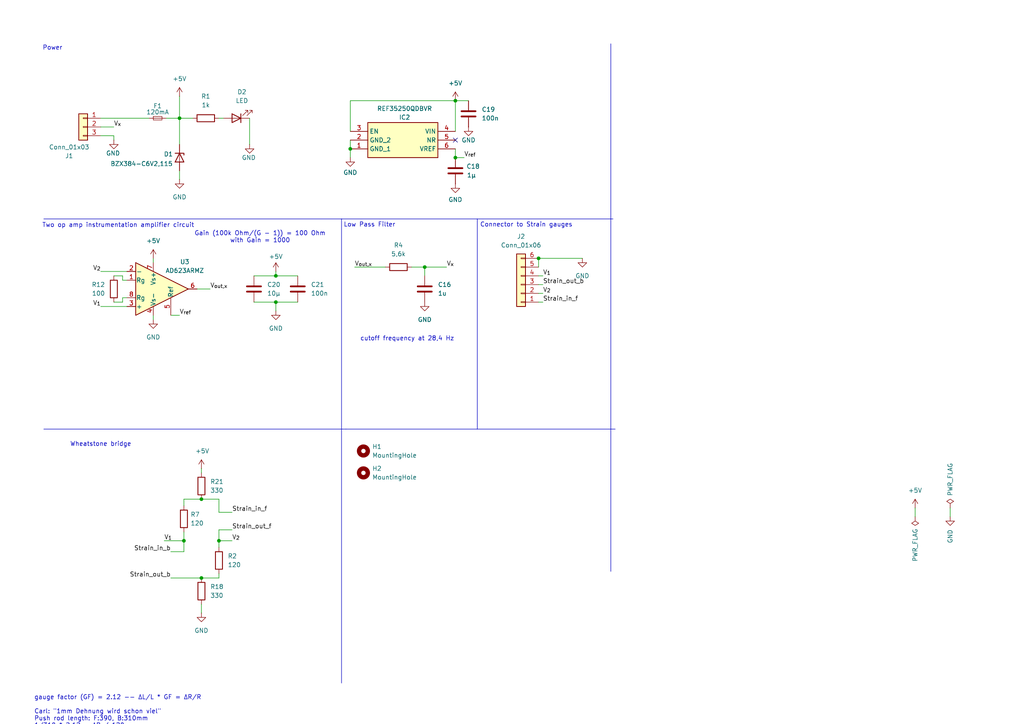
<source format=kicad_sch>
(kicad_sch (version 20231120) (generator "eeschema") (generator_version "8.0")
  (paper "A4")
  (lib_symbols
    (symbol "Amplifier_Instrumentation:AD623ARMZ" (pin_names (offset 0.127))
      (property "Reference" "U" (at 3.556 7.366 0))
      (property "Value" "AD623ARMZ" (at 7.112 5.334 0))
      (symbol "AD623ARMZ_0_1"
        (polyline (pts (xy -5.08 7.62) (xy -5.08 -7.62) (xy 10.16 0) (xy -5.08 7.62)) (stroke (width 0.254)) (fill (type background)))
      )
      (symbol "AD623ARMZ_1_1"
        (pin passive line (at -7.62 2.54 0) (length 2.54) (name "Rg") (number "1"))
        (pin input line (at -7.62 5.08 0) (length 2.54) (name "-") (number "2"))
        (pin input line (at -7.62 -5.08 0) (length 2.54) (name "+") (number "3"))
        (pin power_in line (at 0 -7.62 90) (length 2.54) (name "Vs-") (number "4"))
        (pin passive line (at 5.08 -7.62 90) (length 5.08) (name "Ref") (number "5"))
        (pin output line (at 12.7 0 180) (length 2.54) (name "~") (number "6"))
        (pin power_in line (at 0 7.62 270) (length 2.54) (name "Vs+") (number "7"))
        (pin passive line (at -7.62 -2.54 0) (length 2.54) (name "Rg") (number "8"))
      )
    )
    (symbol "Connector_Generic:Conn_01x03" (pin_names (offset 1.016) hide)
      (property "Reference" "J" (at 0 5.08 0))
      (property "Value" "Conn_01x03" (at 0 -5.08 0))
      (symbol "Conn_01x03_1_1"
        (rectangle (start -1.27 -2.413) (end 0 -2.667) (stroke (width 0.1524)))
        (rectangle (start -1.27 0.127) (end 0 -0.127) (stroke (width 0.1524)))
        (rectangle (start -1.27 2.667) (end 0 2.413) (stroke (width 0.1524)))
        (rectangle (start -1.27 3.81) (end 1.27 -3.81) (stroke (width 0.254)) (fill (type background)))
        (pin passive line (at -5.08 2.54 0) (length 3.81) (name "Pin_1") (number "1"))
        (pin passive line (at -5.08 0 0) (length 3.81) (name "Pin_2") (number "2"))
        (pin passive line (at -5.08 -2.54 0) (length 3.81) (name "Pin_3") (number "3"))
      )
    )
    (symbol "Connector_Generic:Conn_01x06" (pin_names (offset 1.016) hide)
      (property "Reference" "J" (at 0 7.62 0))
      (property "Value" "Conn_01x06" (at 0 -10.16 0))
      (symbol "Conn_01x06_1_1"
        (rectangle (start -1.27 -7.493) (end 0 -7.747) (stroke (width 0.1524)))
        (rectangle (start -1.27 -4.953) (end 0 -5.207) (stroke (width 0.1524)))
        (rectangle (start -1.27 -2.413) (end 0 -2.667) (stroke (width 0.1524)))
        (rectangle (start -1.27 0.127) (end 0 -0.127) (stroke (width 0.1524)))
        (rectangle (start -1.27 2.667) (end 0 2.413) (stroke (width 0.1524)))
        (rectangle (start -1.27 5.207) (end 0 4.953) (stroke (width 0.1524)))
        (rectangle (start -1.27 6.35) (end 1.27 -8.89) (stroke (width 0.254)) (fill (type background)))
        (pin passive line (at -5.08 5.08 0) (length 3.81) (name "Pin_1") (number "1"))
        (pin passive line (at -5.08 2.54 0) (length 3.81) (name "Pin_2") (number "2"))
        (pin passive line (at -5.08 0 0) (length 3.81) (name "Pin_3") (number "3"))
        (pin passive line (at -5.08 -2.54 0) (length 3.81) (name "Pin_4") (number "4"))
        (pin passive line (at -5.08 -5.08 0) (length 3.81) (name "Pin_5") (number "5"))
        (pin passive line (at -5.08 -7.62 0) (length 3.81) (name "Pin_6") (number "6"))
      )
    )
    (symbol "Device:C" (pin_numbers hide) (pin_names (offset 0.254))
      (property "Reference" "C" (at 0.635 2.54 0))
      (property "Value" "C" (at 0.635 -2.54 0))
      (symbol "C_0_1"
        (polyline (pts (xy -2.032 -0.762) (xy 2.032 -0.762)) (stroke (width 0.508)))
        (polyline (pts (xy -2.032 0.762) (xy 2.032 0.762)) (stroke (width 0.508)))
      )
      (symbol "C_1_1"
        (pin passive line (at 0 3.81 270) (length 2.794) (name "~") (number "1"))
        (pin passive line (at 0 -3.81 90) (length 2.794) (name "~") (number "2"))
      )
    )
    (symbol "Device:D_Zener" (pin_numbers hide) (pin_names (offset 1.016) hide)
      (property "Reference" "D" (at 0 2.54 0))
      (property "Value" "D_Zener" (at 0 -2.54 0))
      (symbol "D_Zener_0_1"
        (polyline (pts (xy 1.27 0) (xy -1.27 0)))
        (polyline (pts (xy -1.27 -1.27) (xy -1.27 1.27) (xy -0.762 1.27)) (stroke (width 0.254)))
        (polyline (pts (xy 1.27 -1.27) (xy 1.27 1.27) (xy -1.27 0) (xy 1.27 -1.27)) (stroke (width 0.254)))
      )
      (symbol "D_Zener_1_1"
        (pin passive line (at -3.81 0 0) (length 2.54) (name "K") (number "1"))
        (pin passive line (at 3.81 0 180) (length 2.54) (name "A") (number "2"))
      )
    )
    (symbol "Device:Fuse_Small" (pin_numbers hide) (pin_names (offset 0.254) hide)
      (property "Reference" "F" (at 0 -1.524 0))
      (property "Value" "Fuse_Small" (at 0 1.524 0))
      (symbol "Fuse_Small_0_1"
        (rectangle (start -1.27 0.508) (end 1.27 -0.508))
        (polyline (pts (xy -1.27 0) (xy 1.27 0)))
      )
      (symbol "Fuse_Small_1_1"
        (pin passive line (at -2.54 0 0) (length 1.27) (name "~") (number "1"))
        (pin passive line (at 2.54 0 180) (length 1.27) (name "~") (number "2"))
      )
    )
    (symbol "Device:LED" (pin_numbers hide) (pin_names (offset 1.016) hide)
      (property "Reference" "D" (at 0 2.54 0))
      (property "Value" "LED" (at 0 -2.54 0))
      (symbol "LED_0_1"
        (polyline (pts (xy -1.27 -1.27) (xy -1.27 1.27)) (stroke (width 0.254)))
        (polyline (pts (xy -1.27 0) (xy 1.27 0)))
        (polyline (pts (xy 1.27 -1.27) (xy 1.27 1.27) (xy -1.27 0) (xy 1.27 -1.27)) (stroke (width 0.254)))
        (polyline (pts (xy -3.048 -0.762) (xy -4.572 -2.286) (xy -3.81 -2.286) (xy -4.572 -2.286) (xy -4.572 -1.524)))
        (polyline (pts (xy -1.778 -0.762) (xy -3.302 -2.286) (xy -2.54 -2.286) (xy -3.302 -2.286) (xy -3.302 -1.524)))
      )
      (symbol "LED_1_1"
        (pin passive line (at -3.81 0 0) (length 2.54) (name "K") (number "1"))
        (pin passive line (at 3.81 0 180) (length 2.54) (name "A") (number "2"))
      )
    )
    (symbol "Device:R" (pin_numbers hide) (pin_names (offset 0))
      (property "Reference" "R" (at 2.032 0 90))
      (property "Value" "R" (at 0 0 90))
      (symbol "R_0_1"
        (rectangle (start -1.016 -2.54) (end 1.016 2.54) (stroke (width 0.254)))
      )
      (symbol "R_1_1"
        (pin passive line (at 0 3.81 270) (length 1.27) (name "~") (number "1"))
        (pin passive line (at 0 -3.81 90) (length 1.27) (name "~") (number "2"))
      )
    )
    (symbol "GND_1" (power) (pin_numbers hide) (pin_names (offset 0) hide)
      (property "Value" "GND" (at 0 -3.81 0))
      (symbol "GND_1_0_1"
        (polyline (pts (xy 0 0) (xy 0 -1.27) (xy 1.27 -1.27) (xy 0 -2.54) (xy -1.27 -1.27) (xy 0 -1.27)))
      )
      (symbol "GND_1_1_1"
        (pin power_in line (at 0 0 270) (length 0) (name "~") (number "1"))
      )
    )
    (symbol "Mechanical:MountingHole" (pin_names (offset 1.016)) (exclude_from_sim yes) (in_bom no)
      (property "Reference" "H" (at 0 5.08 0))
      (property "Value" "MountingHole" (at 0 3.175 0))
      (symbol "MountingHole_0_1"
        (circle (center 0 0) (radius 1.27) (stroke (width 1.27)))
      )
    )
    (symbol "REF35160QDBVR:REF35160QDBVR"
      (property "Reference" "IC" (at 26.67 7.62 0))
      (property "Value" "REF35160QDBVR" (at 26.67 5.08 0))
      (symbol "REF35160QDBVR_1_1"
        (rectangle (start 5.08 2.54) (end 25.4 -7.62) (stroke (width 0.254)) (fill (type background)))
        (pin passive line (at 0 0 0) (length 5.08) (name "GND_1") (number "1"))
        (pin passive line (at 0 -2.54 0) (length 5.08) (name "GND_2") (number "2"))
        (pin passive line (at 0 -5.08 0) (length 5.08) (name "EN") (number "3"))
        (pin passive line (at 30.48 -5.08 180) (length 5.08) (name "VIN") (number "4"))
        (pin passive line (at 30.48 -2.54 180) (length 5.08) (name "NR") (number "5"))
        (pin passive line (at 30.48 0 180) (length 5.08) (name "VREF") (number "6"))
      )
    )
    (symbol "power:+3V3" (power) (pin_numbers hide) (pin_names (offset 0) hide)
      (property "Value" "+3V3" (at 0 3.556 0))
      (symbol "+3V3_0_1"
        (polyline (pts (xy -0.762 1.27) (xy 0 2.54)))
        (polyline (pts (xy 0 0) (xy 0 2.54)))
        (polyline (pts (xy 0 2.54) (xy 0.762 1.27)))
      )
      (symbol "+3V3_1_1"
        (pin power_in line (at 0 0 90) (length 0) (name "~") (number "1"))
      )
    )
    (symbol "power:GND" (power) (pin_numbers hide) (pin_names (offset 0) hide)
      (property "Value" "GND" (at 0 -3.81 0))
      (symbol "GND_0_1"
        (polyline (pts (xy 0 0) (xy 0 -1.27) (xy 1.27 -1.27) (xy 0 -2.54) (xy -1.27 -1.27) (xy 0 -1.27)))
      )
      (symbol "GND_1_1"
        (pin power_in line (at 0 0 270) (length 0) (name "~") (number "1"))
      )
    )
    (symbol "power:PWR_FLAG" (power) (pin_numbers hide) (pin_names (offset 0) hide)
      (property "Value" "PWR_FLAG" (at 0 3.81 0))
      (symbol "PWR_FLAG_0_0"
        (pin power_out line (at 0 0 90) (length 0) (name "~") (number "1"))
      )
      (symbol "PWR_FLAG_0_1"
        (polyline (pts (xy 0 0) (xy 0 1.27) (xy -1.016 1.905) (xy 0 2.54) (xy 1.016 1.905) (xy 0 1.27)))
      )
    )
  )
  (junction (at 101.6 43.18))
  (junction (at 156.21 74.93))
  (junction (at 123.19 77.47))
  (junction (at 58.42 167.64))
  (junction (at 80.01 80.01))
  (junction (at 58.42 144.78))
  (junction (at 53.34 156.845))
  (junction (at 132.08 45.72))
  (junction (at 52.07 34.29))
  (junction (at 80.01 87.63))
  (junction (at 132.08 29.21))
  (junction (at 63.5 156.845))
  (no_connect (at 132.08 40.64))
  (wire (pts (xy 52.07 91.44) (xy 49.53 91.44)))
  (wire (pts (xy 80.01 87.63) (xy 80.01 90.17)))
  (wire (pts (xy 29.21 88.9) (xy 36.83 88.9)))
  (polyline (pts (xy 12.7 63.5) (xy 99.06 63.5)))
  (wire (pts (xy 73.66 80.01) (xy 80.01 80.01)))
  (wire (pts (xy 44.45 74.93) (xy 44.45 76.2)))
  (wire (pts (xy 132.08 45.72) (xy 132.08 43.18)))
  (wire (pts (xy 67.31 148.59) (xy 63.5 148.59)))
  (wire (pts (xy 156.21 87.63) (xy 157.48 87.63)))
  (polyline (pts (xy 99.06 63.5) (xy 99.06 198.12)))
  (wire (pts (xy 58.42 177.8) (xy 58.42 175.26)))
  (wire (pts (xy 55.88 34.29) (xy 52.07 34.29)))
  (polyline (pts (xy 100.33 124.46) (xy 178.435 124.46)))
  (polyline (pts (xy 12.7 124.46) (xy 100.33 124.46)))
  (polyline (pts (xy 138.43 63.5) (xy 138.43 124.46)))
  (wire (pts (xy 132.08 29.21) (xy 132.08 38.1)))
  (wire (pts (xy 101.6 43.18) (xy 101.6 45.72)))
  (polyline (pts (xy 177.165 63.5) (xy 177.165 165.735)))
  (wire (pts (xy 63.5 34.29) (xy 64.77 34.29)))
  (wire (pts (xy 132.08 29.21) (xy 101.6 29.21)))
  (wire (pts (xy 275.59 147.32) (xy 275.59 149.86)))
  (wire (pts (xy 67.31 153.67) (xy 63.5 153.67)))
  (wire (pts (xy 53.34 146.685) (xy 53.34 144.78)))
  (wire (pts (xy 63.5 144.78) (xy 63.5 148.59)))
  (wire (pts (xy 63.5 166.37) (xy 63.5 167.64)))
  (wire (pts (xy 52.07 34.29) (xy 52.07 27.94)))
  (wire (pts (xy 73.66 87.63) (xy 80.01 87.63)))
  (wire (pts (xy 58.42 135.89) (xy 58.42 137.16)))
  (wire (pts (xy 123.19 77.47) (xy 123.19 80.01)))
  (polyline (pts (xy 177.165 12.7) (xy 177.165 63.5)))
  (wire (pts (xy 52.07 34.29) (xy 52.07 41.91)))
  (wire (pts (xy 101.6 29.21) (xy 101.6 38.1)))
  (wire (pts (xy 72.39 34.29) (xy 72.39 41.91)))
  (wire (pts (xy 35.56 86.36) (xy 35.56 87.63)))
  (wire (pts (xy 80.01 78.74) (xy 80.01 80.01)))
  (wire (pts (xy 63.5 156.845) (xy 67.31 156.845)))
  (wire (pts (xy 63.5 167.64) (xy 58.42 167.64)))
  (wire (pts (xy 156.21 82.55) (xy 157.48 82.55)))
  (wire (pts (xy 53.34 144.78) (xy 58.42 144.78)))
  (wire (pts (xy 101.6 40.64) (xy 101.6 43.18)))
  (wire (pts (xy 157.48 80.01) (xy 156.21 80.01)))
  (wire (pts (xy 63.5 156.845) (xy 63.5 158.75)))
  (wire (pts (xy 49.53 167.64) (xy 58.42 167.64)))
  (wire (pts (xy 156.21 74.93) (xy 168.91 74.93)))
  (wire (pts (xy 52.07 52.07) (xy 52.07 49.53)))
  (wire (pts (xy 132.08 29.21) (xy 135.89 29.21)))
  (wire (pts (xy 134.62 45.72) (xy 132.08 45.72)))
  (wire (pts (xy 48.26 34.29) (xy 52.07 34.29)))
  (polyline (pts (xy 99.06 63.5) (xy 177.8 63.5)))
  (wire (pts (xy 156.21 74.93) (xy 156.21 77.47)))
  (wire (pts (xy 53.34 160.02) (xy 53.34 156.845)))
  (wire (pts (xy 33.02 39.37) (xy 29.21 39.37)))
  (wire (pts (xy 29.21 36.83) (xy 33.02 36.83)))
  (wire (pts (xy 53.34 156.845) (xy 53.34 154.305)))
  (wire (pts (xy 44.45 92.71) (xy 44.45 91.44)))
  (wire (pts (xy 102.87 77.47) (xy 111.76 77.47)))
  (wire (pts (xy 33.02 80.01) (xy 35.56 80.01)))
  (wire (pts (xy 157.48 85.09) (xy 156.21 85.09)))
  (wire (pts (xy 53.34 160.02) (xy 49.53 160.02)))
  (wire (pts (xy 119.38 77.47) (xy 123.19 77.47)))
  (wire (pts (xy 33.02 40.64) (xy 33.02 39.37)))
  (wire (pts (xy 35.56 81.28) (xy 35.56 80.01)))
  (wire (pts (xy 36.83 81.28) (xy 35.56 81.28)))
  (wire (pts (xy 80.01 80.01) (xy 86.36 80.01)))
  (wire (pts (xy 80.01 87.63) (xy 86.36 87.63)))
  (wire (pts (xy 58.42 144.78) (xy 63.5 144.78)))
  (wire (pts (xy 29.21 34.29) (xy 43.18 34.29)))
  (wire (pts (xy 123.19 77.47) (xy 129.54 77.47)))
  (wire (pts (xy 47.625 156.845) (xy 53.34 156.845)))
  (wire (pts (xy 29.21 78.74) (xy 36.83 78.74)))
  (wire (pts (xy 63.5 153.67) (xy 63.5 156.845)))
  (wire (pts (xy 265.43 147.32) (xy 265.43 149.86)))
  (wire (pts (xy 35.56 87.63) (xy 33.02 87.63)))
  (wire (pts (xy 36.83 86.36) (xy 35.56 86.36)))
  (wire (pts (xy 60.96 83.82) (xy 57.15 83.82)))
  (text "Connector to Strain gauges\n" (at 152.654 65.278 0) (effects (font (size 1.27 1.27))))
  (text "Power" (at 15.24 13.97 0) (effects (font (size 1.27 1.27))))
  (text "gauge factor (GF) = 2.12 -- ΔL/L * GF = ΔR/R\n\nCarl: \"1mm Dehnung wird schon viel\"\nPush rod length: F:390, B:310mm\n1/310 * 2.12 = ΔR / 120\nΔR= 0.820 Ohm\nwe take simply 1 Ohm for ease of calculation\n\n3.3V /(3.3V*120/240 − 3.3V*120/241)= 482\nGain used: 500" (at 9.906 211.582 0) (effects (font (size 1.27 1.27)) (justify left)))
  (text "Low Pass Filter" (at 107.188 65.278 0) (effects (font (size 1.27 1.27))))
  (text "cutoff frequency at 28,4 Hz" (at 118.11 98.298 0) (effects (font (size 1.27 1.27))))
  (text "Wheatstone bridge\n" (at 29.21 128.905 0) (effects (font (size 1.27 1.27))))
  (text "Gain (100k Ohm/(G − 1)) = 100 Ohm\nwith Gain = 1000\n\n" (at 75.438 69.85 0) (effects (font (size 1.27 1.27))))
  (text "Two op amp instrumentation amplifier circuit\n" (at 34.29 65.405 0) (effects (font (size 1.27 1.27))))
  (text "<- these are crap\nthe voltage output with the new circuit between V2,V1 is -2.115mV\n\na gain with 1001 could be used -> 100 Ohm resistor for AD623\n\nV_{1}-V_{2} = 6996/1625 * ΔL/L = 4.305231 * ΔL/L\n\nwith X shaped circuit\nV_{1}-V_{2} = 13.2/( 15.12 * L/ΔL +1 )" (at 57.785 227.33 0) (effects (font (size 1.27 1.27)) (justify left)))
  (label "V_{2}" (at 157.48 85.09 0))
  (label "V_{out,x}" (at 60.96 83.82 0))
  (label "V_{1}" (at 47.625 156.845 0))
  (label "V_{ref}" (at 52.07 91.44 0))
  (label "Strain_out_f" (at 67.31 153.67 0))
  (label "V_{ref}" (at 134.62 45.72 0))
  (label "V_{1}" (at 157.48 80.01 0))
  (label "V_{x}" (at 129.54 77.47 0))
  (label "Strain_in_f" (at 157.48 87.63 0))
  (label "Strain_in_b" (at 49.53 160.02 180))
  (label "V_{out,x}" (at 102.87 77.47 0))
  (label "Strain_in_f" (at 67.31 148.59 0))
  (label "Strain_out_b" (at 157.48 82.55 0))
  (label "V_{2}" (at 67.31 156.845 0))
  (label "V_{1}" (at 29.21 88.9 180))
  (label "V_{2}" (at 29.21 78.74 180))
  (label "V_{x}" (at 33.02 36.83 0))
  (label "Strain_out_b" (at 49.53 167.64 180))
  (symbol (lib_id "power:GND") (at 132.08 53.34 0) (unit 1)
    (property "Reference" "#PWR02" (effects (hide yes)))
    (property "Value" "GND" (at 132.08 57.912 0))
    (property "Description" "Power symbol creates a global label with name \"GND\" , ground" (effects (hide yes)))
  )
  (symbol (lib_id "Device:C") (at 132.08 49.53 0) (mirror y) (unit 1)
    (property "Reference" "C18" (at 139.192 48.26 0) (effects (justify left)))
    (property "Value" "1µ" (at 138.176 50.8 0) (effects (justify left)))
    (property "Footprint" "Capacitor_SMD:C_0603_1608Metric" (effects (hide yes)))
    (property "Description" "Unpolarized capacitor" (effects (hide yes)))
  )
  (symbol (lib_id "Device:Fuse_Small") (at 45.72 34.29 0) (unit 1)
    (property "Reference" "F1" (at 45.72 30.734 0))
    (property "Value" "120mA" (at 45.72 32.512 0))
    (property "Footprint" "Fuse:Fuse_0603_1608Metric" (effects (hide yes)))
    (property "Description" "Fuse, small symbol" (effects (hide yes)))
  )
  (symbol (lib_id "Device:R") (at 53.34 150.495 0) (unit 1)
    (property "Reference" "R7" (at 55.245 149.2249 0) (effects (justify left)))
    (property "Value" "120" (at 55.245 151.7649 0) (effects (justify left)))
    (property "Footprint" "Resistor_SMD:R_0603_1608Metric" (effects (hide yes)))
    (property "Description" "Resistor" (effects (hide yes)))
  )
  (symbol (lib_id "power:GND") (at 168.91 74.93 0) (unit 1)
    (property "Reference" "#PWR04" (effects (hide yes)))
    (property "Value" "GND" (at 168.91 80.01 0))
    (property "Description" "Power symbol creates a global label with name \"GND\" , ground" (effects (hide yes)))
  )
  (symbol (lib_id "Device:C") (at 73.66 83.82 0) (unit 1)
    (property "Reference" "C20" (at 77.47 82.5499 0) (effects (justify left)))
    (property "Value" "10µ" (at 77.47 85.0899 0) (effects (justify left)))
    (property "Footprint" "Capacitor_SMD:C_0805_2012Metric" (effects (hide yes)))
    (property "Description" "Unpolarized capacitor" (effects (hide yes)))
  )
  (symbol (lib_id "REF35160QDBVR:REF35160QDBVR") (at 101.6 43.18 0) (mirror x) (unit 1)
    (property "Reference" "IC2" (at 117.348 34.036 0))
    (property "Value" "REF35250QDBVR" (at 117.348 31.496 0))
    (property "Footprint" "SLS:SOT95P280X145-6N" (effects (hide yes)))
    (property "Datasheet" "https://www.ti.com/lit/ds/symlink/ref35.pdf?ts=1675771464754&ref_url=https%253A%252F%252Fwww.ti.com%252Fproduct%252FREF35%252Fpart-details%252FREF35125QDBVR%253FkeyMatch%253DREF35125QDBVR%2526tisearch%253Dsearch-everything%2526usecase%253DOPN" (effects (hide yes)))
    (property "Description" "Voltage References 650-nA quiescent current, 12-ppm/C drift, ultra-low-power precision voltage reference" (effects (hide yes)))
    (property "Height" "1.45" (effects (hide yes)))
    (property "Mouser Part Number" "595-REF35160QDBVR" (effects (hide yes)))
    (property "Mouser Price/Stock" "https://www.mouser.co.uk/ProductDetail/Texas-Instruments/REF35160QDBVR?qs=rQFj71Wb1eVJh8regkgQhg%3D%3D" (effects (hide yes)))
    (property "Manufacturer_Name" "Texas Instruments" (effects (hide yes)))
    (property "Manufacturer_Part_Number" "REF35160QDBVR" (effects (hide yes)))
  )
  (symbol (lib_id "power:GND") (at 72.39 41.91 0) (unit 1)
    (property "Reference" "#PWR01" (effects (hide yes)))
    (property "Value" "GND" (at 70.104 45.72 0) (effects (justify left)))
    (property "Description" "Power symbol creates a global label with name \"GND\" , ground" (effects (hide yes)))
  )
  (symbol (lib_id "Mechanical:MountingHole") (at 105.41 137.16 0) (unit 1) (exclude_from_sim yes) (in_bom no)
    (property "Reference" "H2" (at 107.95 135.8899 0) (effects (justify left)))
    (property "Value" "MountingHole" (at 107.95 138.4299 0) (effects (justify left)))
    (property "Footprint" "MountingHole:MountingHole_3.2mm_M3" (effects (hide yes)))
    (property "Description" "Mounting Hole without connection" (effects (hide yes)))
  )
  (symbol (lib_id "Device:R") (at 59.69 34.29 90) (unit 1)
    (property "Reference" "R1" (at 59.69 27.94 90))
    (property "Value" "1k" (at 59.69 30.48 90))
    (property "Footprint" "Resistor_SMD:R_0603_1608Metric" (effects (hide yes)))
    (property "Description" "Resistor" (effects (hide yes)))
  )
  (symbol (lib_id "power:GND") (at 275.59 149.86 0) (unit 1)
    (property "Reference" "#PWR015" (effects (hide yes)))
    (property "Value" "GND" (at 275.59 155.575 90))
    (property "Description" "Power symbol creates a global label with name \"GND\" , ground" (effects (hide yes)))
  )
  (symbol (lib_id "Connector_Generic:Conn_01x06") (at 151.13 82.55 180) (unit 1)
    (property "Reference" "J2" (at 151.13 68.58 0))
    (property "Value" "Conn_01x06" (at 151.13 71.12 0))
    (property "Footprint" "footprints:CON_5040500491" (effects (hide yes)))
    (property "Description" "Generic connector, single row, 01x06, script generated (kicad-library-utils/schlib/autogen/connector/)" (effects (hide yes)))
  )
  (symbol (lib_id "Amplifier_Instrumentation:AD623ARMZ") (at 44.45 83.82 0) (unit 1)
    (property "Reference" "U3" (at 53.594 75.946 0))
    (property "Value" "AD623ARMZ" (at 53.594 78.486 0))
    (property "Footprint" "Package_SO:MSOP-8_3x3mm_P0.65mm" (effects (hide yes)))
    (property "Datasheet" "https://www.analog.com/media/en/technical-documentation/data-sheets/AD623.pdf" (effects (hide yes)))
    (property "Description" "Single Supply, Rail to Rail, Instumentation Amplifier, RoHS, MSOP-8" (effects (hide yes)))
  )
  (symbol (lib_id "Mechanical:MountingHole") (at 105.41 130.81 0) (unit 1) (exclude_from_sim yes) (in_bom no)
    (property "Reference" "H1" (at 107.95 129.5399 0) (effects (justify left)))
    (property "Value" "MountingHole" (at 107.95 132.0799 0) (effects (justify left)))
    (property "Footprint" "MountingHole:MountingHole_3.2mm_M3" (effects (hide yes)))
    (property "Description" "Mounting Hole without connection" (effects (hide yes)))
  )
  (symbol (lib_id "power:+3V3") (at 44.45 74.93 0) (unit 1)
    (property "Reference" "#PWR043" (effects (hide yes)))
    (property "Value" "+5V" (at 44.45 69.85 0))
    (property "Description" "Power symbol creates a global label with name \"+5V\"" (effects (hide yes)))
  )
  (symbol (lib_id "Device:R") (at 58.42 171.45 0) (unit 1)
    (property "Reference" "R18" (at 60.96 170.1799 0) (effects (justify left)))
    (property "Value" "330" (at 60.96 172.7199 0) (effects (justify left)))
    (property "Footprint" "Resistor_SMD:R_0603_1608Metric" (effects (hide yes)))
    (property "Description" "Resistor" (effects (hide yes)))
  )
  (symbol (lib_id "Device:R") (at 115.57 77.47 90) (unit 1)
    (property "Reference" "R4" (at 115.57 71.12 90))
    (property "Value" "5,6k" (at 115.57 73.66 90))
    (property "Footprint" "Resistor_SMD:R_0603_1608Metric" (effects (hide yes)))
    (property "Description" "Resistor" (effects (hide yes)))
  )
  (symbol (lib_id "Device:D_Zener") (at 52.07 45.72 270) (unit 1)
    (property "Reference" "D1" (at 47.498 44.704 90) (effects (justify left)))
    (property "Value" "BZX384-C6V2,115" (at 32.004 47.498 90) (effects (justify left)))
    (property "Footprint" "Diode_SMD:D_SOD-323" (effects (hide yes)))
    (property "Datasheet" "https://assets.nexperia.com/documents/data-sheet/BZX384_SER.pdf" (effects (hide yes)))
    (property "Description" "Zener diode" (effects (hide yes)))
  )
  (symbol (lib_id "Device:C") (at 86.36 83.82 0) (unit 1)
    (property "Reference" "C21" (at 90.17 82.5499 0) (effects (justify left)))
    (property "Value" "100n" (at 90.17 85.0899 0) (effects (justify left)))
    (property "Footprint" "Capacitor_SMD:C_0603_1608Metric" (effects (hide yes)))
    (property "Description" "Unpolarized capacitor" (effects (hide yes)))
  )
  (symbol (lib_name "GND_1") (lib_id "power:GND") (at 52.07 52.07 0) (unit 1)
    (property "Reference" "#PWR03" (effects (hide yes)))
    (property "Value" "GND" (at 52.07 57.15 0))
    (property "Description" "Power symbol creates a global label with name \"GND\" , ground" (effects (hide yes)))
  )
  (symbol (lib_id "power:PWR_FLAG") (at 265.43 149.86 180) (unit 1)
    (property "Reference" "#FLG03" (effects (hide yes)))
    (property "Value" "PWR_FLAG" (at 265.43 158.115 90))
    (property "Description" "Special symbol for telling ERC where power comes from" (effects (hide yes)))
  )
  (symbol (lib_id "Device:C") (at 135.89 33.02 0) (unit 1)
    (property "Reference" "C19" (at 139.7 31.7499 0) (effects (justify left)))
    (property "Value" "100n" (at 139.7 34.2899 0) (effects (justify left)))
    (property "Footprint" "Capacitor_SMD:C_0603_1608Metric" (effects (hide yes)))
    (property "Description" "Unpolarized capacitor" (effects (hide yes)))
  )
  (symbol (lib_id "power:GND") (at 80.01 90.17 0) (unit 1)
    (property "Reference" "#PWR044" (effects (hide yes)))
    (property "Value" "GND" (at 80.01 95.25 0))
    (property "Description" "Power symbol creates a global label with name \"GND\" , ground" (effects (hide yes)))
  )
  (symbol (lib_id "Device:C") (at 123.19 83.82 0) (unit 1)
    (property "Reference" "C16" (at 127 82.5499 0) (effects (justify left)))
    (property "Value" "1u" (at 127 85.0899 0) (effects (justify left)))
    (property "Footprint" "Capacitor_SMD:C_0603_1608Metric" (effects (hide yes)))
    (property "Description" "Unpolarized capacitor" (effects (hide yes)))
  )
  (symbol (lib_id "power:+3V3") (at 52.07 27.94 0) (unit 1)
    (property "Reference" "#PWR034" (effects (hide yes)))
    (property "Value" "+5V" (at 52.07 22.86 0))
    (property "Description" "Power symbol creates a global label with name \"+3V3\"" (effects (hide yes)))
  )
  (symbol (lib_id "power:GND") (at 33.02 40.64 0) (unit 1)
    (property "Reference" "#PWR033" (effects (hide yes)))
    (property "Value" "GND" (at 30.734 44.45 0) (effects (justify left)))
    (property "Description" "Power symbol creates a global label with name \"GND\" , ground" (effects (hide yes)))
  )
  (symbol (lib_id "power:GND") (at 101.6 45.72 0) (unit 1)
    (property "Reference" "#PWR036" (effects (hide yes)))
    (property "Value" "GND" (at 101.6 50.038 0))
    (property "Description" "Power symbol creates a global label with name \"GND\" , ground" (effects (hide yes)))
  )
  (symbol (lib_id "power:+3V3") (at 58.42 135.89 0) (unit 1)
    (property "Reference" "#PWR09" (effects (hide yes)))
    (property "Value" "+5V" (at 58.674 130.81 0))
    (property "Description" "Power symbol creates a global label with name \"+5V\"" (effects (hide yes)))
  )
  (symbol (lib_id "power:GND") (at 135.89 36.83 0) (unit 1)
    (property "Reference" "#PWR037" (effects (hide yes)))
    (property "Value" "GND" (at 135.89 40.64 0))
    (property "Description" "Power symbol creates a global label with name \"GND\" , ground" (effects (hide yes)))
  )
  (symbol (lib_id "power:GND") (at 44.45 92.71 0) (unit 1)
    (property "Reference" "#PWR045" (effects (hide yes)))
    (property "Value" "GND" (at 44.45 97.79 0))
    (property "Description" "Power symbol creates a global label with name \"GND\" , ground" (effects (hide yes)))
  )
  (symbol (lib_id "Device:LED") (at 68.58 34.29 180) (unit 1)
    (property "Reference" "D2" (at 70.1675 26.67 0))
    (property "Value" "LED" (at 70.1675 29.21 0))
    (property "Footprint" "LED_SMD:LED_0603_1608Metric" (effects (hide yes)))
    (property "Description" "Light emitting diode" (effects (hide yes)))
  )
  (symbol (lib_id "power:GND") (at 123.19 87.63 0) (unit 1)
    (property "Reference" "#PWR029" (effects (hide yes)))
    (property "Value" "GND" (at 123.19 92.71 0))
    (property "Description" "Power symbol creates a global label with name \"GND\" , ground" (effects (hide yes)))
  )
  (symbol (lib_id "Connector_Generic:Conn_01x03") (at 24.13 36.83 0) (mirror y) (unit 1)
    (property "Reference" "J1" (at 20.066 45.212 0))
    (property "Value" "Conn_01x03" (at 20.066 42.672 0))
    (property "Footprint" "FaSTTUBe_connectors:M8_718_4pin_horizontal" (effects (hide yes)))
    (property "Description" "Generic connector, single row, 01x03, script generated (kicad-library-utils/schlib/autogen/connector/)" (effects (hide yes)))
  )
  (symbol (lib_id "power:+3V3") (at 80.01 78.74 0) (unit 1)
    (property "Reference" "#PWR038" (effects (hide yes)))
    (property "Value" "+5V" (at 80.01 74.422 0))
    (property "Description" "Power symbol creates a global label with name \"+3V3\"" (effects (hide yes)))
  )
  (symbol (lib_id "Device:R") (at 58.42 140.97 0) (unit 1)
    (property "Reference" "R21" (at 60.96 139.6999 0) (effects (justify left)))
    (property "Value" "330" (at 60.96 142.2399 0) (effects (justify left)))
    (property "Footprint" "Resistor_SMD:R_0603_1608Metric" (effects (hide yes)))
    (property "Description" "Resistor" (effects (hide yes)))
  )
  (symbol (lib_id "power:+3V3") (at 132.08 29.21 0) (unit 1)
    (property "Reference" "#PWR035" (effects (hide yes)))
    (property "Value" "+5V" (at 132.08 24.13 0))
    (property "Description" "Power symbol creates a global label with name \"+5V\"" (effects (hide yes)))
  )
  (symbol (lib_id "power:GND") (at 58.42 177.8 0) (unit 1)
    (property "Reference" "#PWR011" (effects (hide yes)))
    (property "Value" "GND" (at 58.42 182.88 0))
    (property "Description" "Power symbol creates a global label with name \"GND\" , ground" (effects (hide yes)))
  )
  (symbol (lib_id "power:PWR_FLAG") (at 275.59 147.32 0) (unit 1)
    (property "Reference" "#FLG01" (effects (hide yes)))
    (property "Value" "PWR_FLAG" (at 275.59 139.065 90))
    (property "Description" "Special symbol for telling ERC where power comes from" (effects (hide yes)))
  )
  (symbol (lib_id "power:+3V3") (at 265.43 147.32 0) (unit 1)
    (property "Reference" "#PWR05" (effects (hide yes)))
    (property "Value" "+5V" (at 265.43 142.24 0))
    (property "Description" "Power symbol creates a global label with name \"+3V3\"" (effects (hide yes)))
  )
  (symbol (lib_id "Device:R") (at 63.5 162.56 0) (unit 1)
    (property "Reference" "R2" (at 66.04 161.2899 0) (effects (justify left)))
    (property "Value" "120" (at 66.04 163.8299 0) (effects (justify left)))
    (property "Footprint" "Resistor_SMD:R_0603_1608Metric" (effects (hide yes)))
    (property "Description" "Resistor" (effects (hide yes)))
  )
  (symbol (lib_id "Device:R") (at 33.02 83.82 0) (mirror y) (unit 1)
    (property "Reference" "R12" (at 30.48 82.5499 0) (effects (justify left)))
    (property "Value" "100" (at 30.48 85.0899 0) (effects (justify left)))
    (property "Footprint" "Resistor_SMD:R_0603_1608Metric" (effects (hide yes)))
    (property "Description" "Resistor" (effects (hide yes)))
  )
)
</source>
